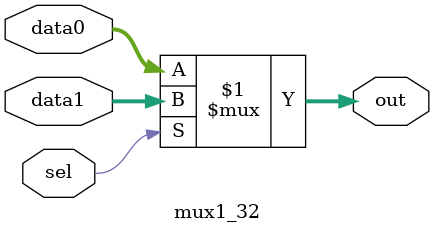
<source format=v>
module mux1_32(data0, data1, sel, out);

	// a mux of 1 bit in selector, 16 bit in data

	input [31:0] data0, data1;
	input sel;
	output [31:0] out;
	
	assign out = sel ? data1 : data0;
	
endmodule
</source>
